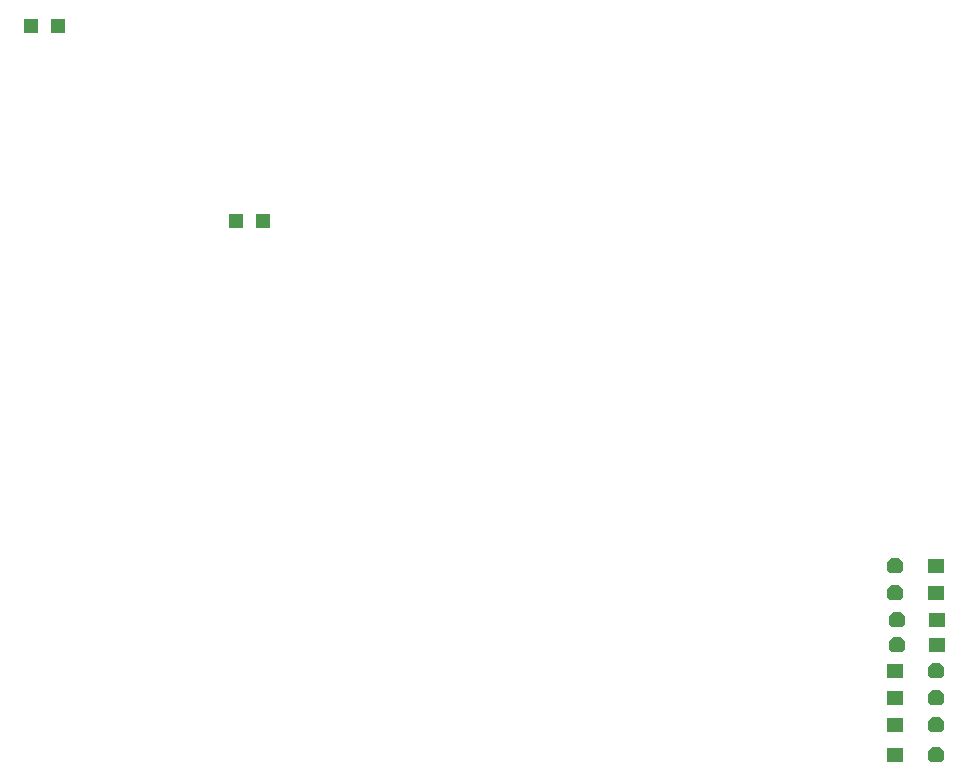
<source format=gtp>
G04 Layer_Color=8421504*
%FSLAX24Y24*%
%MOIN*%
G70*
G01*
G75*
%ADD11R,0.0500X0.0500*%
G04:AMPARAMS|DCode=12|XSize=55mil|YSize=50mil|CornerRadius=0mil|HoleSize=0mil|Usage=FLASHONLY|Rotation=180.000|XOffset=0mil|YOffset=0mil|HoleType=Round|Shape=Octagon|*
%AMOCTAGOND12*
4,1,8,-0.0275,0.0125,-0.0275,-0.0125,-0.0150,-0.0250,0.0150,-0.0250,0.0275,-0.0125,0.0275,0.0125,0.0150,0.0250,-0.0150,0.0250,-0.0275,0.0125,0.0*
%
%ADD12OCTAGOND12*%

%ADD13R,0.0550X0.0500*%
D11*
X16400Y41900D02*
D03*
X15500Y41900D02*
D03*
X23250Y35400D02*
D03*
X22350Y35400D02*
D03*
D12*
X44325Y23900D02*
D03*
Y23000D02*
D03*
X44365Y22100D02*
D03*
Y21250D02*
D03*
X45675Y20400D02*
D03*
Y19500D02*
D03*
Y17600D02*
D03*
Y18600D02*
D03*
D13*
Y23900D02*
D03*
Y23000D02*
D03*
X45715Y22100D02*
D03*
Y21250D02*
D03*
X44325Y20400D02*
D03*
Y19500D02*
D03*
Y17600D02*
D03*
Y18600D02*
D03*
M02*

</source>
